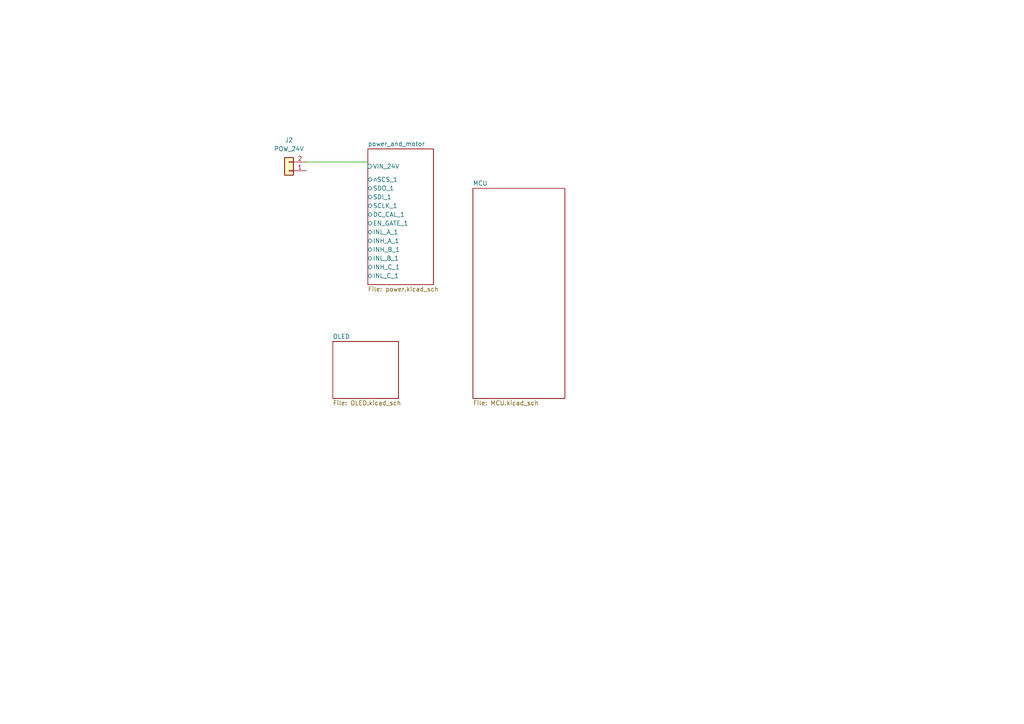
<source format=kicad_sch>
(kicad_sch
	(version 20231120)
	(generator "eeschema")
	(generator_version "8.0")
	(uuid "7d8628f1-8dad-45ea-99d9-a202fa75ccc1")
	(paper "A4")
	(lib_symbols
		(symbol "Connector_Generic:Conn_01x02"
			(pin_names
				(offset 1.016) hide)
			(exclude_from_sim no)
			(in_bom yes)
			(on_board yes)
			(property "Reference" "J"
				(at 0 2.54 0)
				(effects
					(font
						(size 1.27 1.27)
					)
				)
			)
			(property "Value" "Conn_01x02"
				(at 0 -5.08 0)
				(effects
					(font
						(size 1.27 1.27)
					)
				)
			)
			(property "Footprint" ""
				(at 0 0 0)
				(effects
					(font
						(size 1.27 1.27)
					)
					(hide yes)
				)
			)
			(property "Datasheet" "~"
				(at 0 0 0)
				(effects
					(font
						(size 1.27 1.27)
					)
					(hide yes)
				)
			)
			(property "Description" "Generic connector, single row, 01x02, script generated (kicad-library-utils/schlib/autogen/connector/)"
				(at 0 0 0)
				(effects
					(font
						(size 1.27 1.27)
					)
					(hide yes)
				)
			)
			(property "ki_keywords" "connector"
				(at 0 0 0)
				(effects
					(font
						(size 1.27 1.27)
					)
					(hide yes)
				)
			)
			(property "ki_fp_filters" "Connector*:*_1x??_*"
				(at 0 0 0)
				(effects
					(font
						(size 1.27 1.27)
					)
					(hide yes)
				)
			)
			(symbol "Conn_01x02_1_1"
				(rectangle
					(start -1.27 -2.413)
					(end 0 -2.667)
					(stroke
						(width 0.1524)
						(type default)
					)
					(fill
						(type none)
					)
				)
				(rectangle
					(start -1.27 0.127)
					(end 0 -0.127)
					(stroke
						(width 0.1524)
						(type default)
					)
					(fill
						(type none)
					)
				)
				(rectangle
					(start -1.27 1.27)
					(end 1.27 -3.81)
					(stroke
						(width 0.254)
						(type default)
					)
					(fill
						(type background)
					)
				)
				(pin passive line
					(at -5.08 0 0)
					(length 3.81)
					(name "Pin_1"
						(effects
							(font
								(size 1.27 1.27)
							)
						)
					)
					(number "1"
						(effects
							(font
								(size 1.27 1.27)
							)
						)
					)
				)
				(pin passive line
					(at -5.08 -2.54 0)
					(length 3.81)
					(name "Pin_2"
						(effects
							(font
								(size 1.27 1.27)
							)
						)
					)
					(number "2"
						(effects
							(font
								(size 1.27 1.27)
							)
						)
					)
				)
			)
		)
	)
	(wire
		(pts
			(xy 88.9 46.99) (xy 106.68 46.99)
		)
		(stroke
			(width 0)
			(type default)
		)
		(uuid "2bf3be04-f450-4096-8591-ac91907dc971")
	)
	(symbol
		(lib_id "Connector_Generic:Conn_01x02")
		(at 83.82 49.53 180)
		(unit 1)
		(exclude_from_sim no)
		(in_bom yes)
		(on_board yes)
		(dnp no)
		(uuid "82b1f937-cdd3-40c1-a068-5c74906ec597")
		(property "Reference" "J2"
			(at 83.82 40.64 0)
			(effects
				(font
					(size 1.27 1.27)
				)
			)
		)
		(property "Value" "POW_24V"
			(at 83.82 43.18 0)
			(effects
				(font
					(size 1.27 1.27)
				)
			)
		)
		(property "Footprint" ""
			(at 83.82 49.53 0)
			(effects
				(font
					(size 1.27 1.27)
				)
				(hide yes)
			)
		)
		(property "Datasheet" "~"
			(at 83.82 49.53 0)
			(effects
				(font
					(size 1.27 1.27)
				)
				(hide yes)
			)
		)
		(property "Description" "Generic connector, single row, 01x02, script generated (kicad-library-utils/schlib/autogen/connector/)"
			(at 83.82 49.53 0)
			(effects
				(font
					(size 1.27 1.27)
				)
				(hide yes)
			)
		)
		(pin "1"
			(uuid "1adf60c5-2455-47d7-9099-f44c81a5c605")
		)
		(pin "2"
			(uuid "f9131f58-cd89-4014-bfb3-8bb1b2f75273")
		)
		(instances
			(project ""
				(path "/7d8628f1-8dad-45ea-99d9-a202fa75ccc1"
					(reference "J2")
					(unit 1)
				)
			)
		)
	)
	(sheet
		(at 96.52 99.06)
		(size 19.05 16.51)
		(fields_autoplaced yes)
		(stroke
			(width 0.1524)
			(type solid)
		)
		(fill
			(color 0 0 0 0.0000)
		)
		(uuid "a9011f4a-f79e-404a-9b07-36b2da42877e")
		(property "Sheetname" "OLED"
			(at 96.52 98.3484 0)
			(effects
				(font
					(size 1.27 1.27)
				)
				(justify left bottom)
			)
		)
		(property "Sheetfile" "OLED.kicad_sch"
			(at 96.52 116.1546 0)
			(effects
				(font
					(size 1.27 1.27)
				)
				(justify left top)
			)
		)
		(instances
			(project "FOC_motor_drive"
				(path "/7d8628f1-8dad-45ea-99d9-a202fa75ccc1"
					(page "4")
				)
			)
		)
	)
	(sheet
		(at 106.68 43.18)
		(size 19.05 39.37)
		(fields_autoplaced yes)
		(stroke
			(width 0.1524)
			(type solid)
		)
		(fill
			(color 0 0 0 0.0000)
		)
		(uuid "b0876c44-c7e3-479c-b176-dbc22ea74845")
		(property "Sheetname" "power_and_motor"
			(at 106.68 42.4684 0)
			(effects
				(font
					(size 1.27 1.27)
				)
				(justify left bottom)
			)
		)
		(property "Sheetfile" "power.kicad_sch"
			(at 106.68 83.1346 0)
			(effects
				(font
					(size 1.27 1.27)
				)
				(justify left top)
			)
		)
		(pin "VIN_24V" input
			(at 106.68 48.26 180)
			(effects
				(font
					(size 1.27 1.27)
				)
				(justify left)
			)
			(uuid "15f9300a-9e1b-4b8d-8639-83836e29a041")
		)
		(pin "nSCS_1" bidirectional
			(at 106.68 52.07 180)
			(effects
				(font
					(size 1.27 1.27)
				)
				(justify left)
			)
			(uuid "b51d5ab3-2c20-473e-9651-f1c2342047d1")
		)
		(pin "SDO_1" bidirectional
			(at 106.68 54.61 180)
			(effects
				(font
					(size 1.27 1.27)
				)
				(justify left)
			)
			(uuid "d2c542d6-f6bf-4168-a8c8-6bcb1845c9ed")
		)
		(pin "SDI_1" bidirectional
			(at 106.68 57.15 180)
			(effects
				(font
					(size 1.27 1.27)
				)
				(justify left)
			)
			(uuid "82b51413-53da-4af2-93f1-4fac746c29bc")
		)
		(pin "SCLK_1" bidirectional
			(at 106.68 59.69 180)
			(effects
				(font
					(size 1.27 1.27)
				)
				(justify left)
			)
			(uuid "8e267559-d43f-468b-9ec6-d39c8ac19e75")
		)
		(pin "DC_CAL_1" bidirectional
			(at 106.68 62.23 180)
			(effects
				(font
					(size 1.27 1.27)
				)
				(justify left)
			)
			(uuid "e6f6efba-dcd3-44f0-9601-93f7f2727415")
		)
		(pin "EN_GATE_1" bidirectional
			(at 106.68 64.77 180)
			(effects
				(font
					(size 1.27 1.27)
				)
				(justify left)
			)
			(uuid "9c13e309-a612-4214-9aa2-df6d7a591c93")
		)
		(pin "INL_A_1" bidirectional
			(at 106.68 67.31 180)
			(effects
				(font
					(size 1.27 1.27)
				)
				(justify left)
			)
			(uuid "bbcc9517-b0c4-426a-99cc-c3a74cf31cfc")
		)
		(pin "INH_A_1" bidirectional
			(at 106.68 69.85 180)
			(effects
				(font
					(size 1.27 1.27)
				)
				(justify left)
			)
			(uuid "3c0ab3d1-3b9a-4006-b2e7-f48c1ef684cf")
		)
		(pin "INH_B_1" bidirectional
			(at 106.68 72.39 180)
			(effects
				(font
					(size 1.27 1.27)
				)
				(justify left)
			)
			(uuid "02643a5d-c23e-41cd-b7e5-36f2f4019bac")
		)
		(pin "INL_B_1" bidirectional
			(at 106.68 74.93 180)
			(effects
				(font
					(size 1.27 1.27)
				)
				(justify left)
			)
			(uuid "1944f2ba-6a34-4942-9665-62620c790ed3")
		)
		(pin "INH_C_1" bidirectional
			(at 106.68 77.47 180)
			(effects
				(font
					(size 1.27 1.27)
				)
				(justify left)
			)
			(uuid "fe00e026-63fc-4431-b3d0-a89ff2503845")
		)
		(pin "INL_C_1" bidirectional
			(at 106.68 80.01 180)
			(effects
				(font
					(size 1.27 1.27)
				)
				(justify left)
			)
			(uuid "bdc04edf-92b2-4b7f-82e9-5221aa6ca1cd")
		)
		(instances
			(project "FOC_motor_drive"
				(path "/7d8628f1-8dad-45ea-99d9-a202fa75ccc1"
					(page "3")
				)
			)
		)
	)
	(sheet
		(at 137.16 54.61)
		(size 26.67 60.96)
		(fields_autoplaced yes)
		(stroke
			(width 0.1524)
			(type solid)
		)
		(fill
			(color 0 0 0 0.0000)
		)
		(uuid "cc9a993e-fded-4263-bf34-d6f61af3274c")
		(property "Sheetname" "MCU"
			(at 137.16 53.8984 0)
			(effects
				(font
					(size 1.27 1.27)
				)
				(justify left bottom)
			)
		)
		(property "Sheetfile" "MCU.kicad_sch"
			(at 137.16 116.1546 0)
			(effects
				(font
					(size 1.27 1.27)
				)
				(justify left top)
			)
		)
		(instances
			(project "FOC_motor_drive"
				(path "/7d8628f1-8dad-45ea-99d9-a202fa75ccc1"
					(page "2")
				)
			)
		)
	)
	(sheet_instances
		(path "/"
			(page "1")
		)
	)
)

</source>
